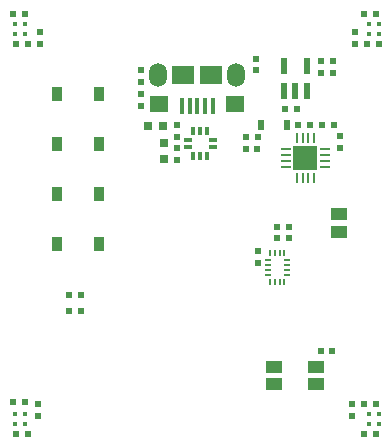
<source format=gbp>
G04 Layer_Color=128*
%FSLAX24Y24*%
%MOIN*%
G70*
G01*
G75*
%ADD17R,0.0248X0.0327*%
%ADD27R,0.0295X0.0315*%
%ADD31R,0.0236X0.0197*%
%ADD35R,0.0217X0.0236*%
%ADD36R,0.0236X0.0217*%
%ADD37R,0.0197X0.0236*%
%ADD54R,0.0315X0.0157*%
%ADD55R,0.0157X0.0315*%
%ADD56R,0.0551X0.0413*%
%ADD57R,0.0217X0.0571*%
%ADD58R,0.0217X0.0571*%
%ADD59R,0.0551X0.0433*%
%ADD60O,0.0354X0.0098*%
%ADD61O,0.0098X0.0354*%
%ADD62R,0.0807X0.0807*%
%ADD65R,0.0360X0.0480*%
%ADD66R,0.0630X0.0551*%
%ADD67R,0.0748X0.0610*%
%ADD68R,0.0157X0.0532*%
%ADD69R,0.0177X0.0177*%
%ADD70R,0.0315X0.0295*%
%ADD129O,0.0591X0.0787*%
%ADD130O,0.0240X0.0071*%
%ADD131O,0.0071X0.0240*%
D17*
X7470Y9193D02*
D03*
X8337D02*
D03*
D27*
X3671Y9173D02*
D03*
X4203D02*
D03*
D31*
X8253Y9750D02*
D03*
X8647D02*
D03*
X7347Y8800D02*
D03*
X6953D02*
D03*
X1457Y3543D02*
D03*
X1063D02*
D03*
X1063Y2992D02*
D03*
X1457D02*
D03*
X8377Y5800D02*
D03*
X7983D02*
D03*
D35*
X7283Y11024D02*
D03*
Y11417D02*
D03*
X20Y-103D02*
D03*
Y-497D02*
D03*
X10500Y-103D02*
D03*
Y-497D02*
D03*
X10100Y8827D02*
D03*
Y8433D02*
D03*
X7350Y4603D02*
D03*
Y4997D02*
D03*
X10600Y11903D02*
D03*
Y12297D02*
D03*
X3465Y10630D02*
D03*
Y11024D02*
D03*
X100Y11903D02*
D03*
Y12297D02*
D03*
D36*
X-306Y-1100D02*
D03*
X-700D02*
D03*
X-423Y-40D02*
D03*
X-817D02*
D03*
X10903Y-1100D02*
D03*
X11297D02*
D03*
X11297Y-100D02*
D03*
X10903D02*
D03*
X9439Y1673D02*
D03*
X9833D02*
D03*
X8387Y5450D02*
D03*
X7993D02*
D03*
X8701Y9213D02*
D03*
X9094D02*
D03*
X9872D02*
D03*
X9478D02*
D03*
X10983Y11900D02*
D03*
X11377D02*
D03*
X11297Y12900D02*
D03*
X10903D02*
D03*
X-303Y11900D02*
D03*
X-697D02*
D03*
X-797Y12900D02*
D03*
X-403D02*
D03*
X7337Y8400D02*
D03*
X6943D02*
D03*
D37*
X9853Y10943D02*
D03*
Y11337D02*
D03*
X9468Y10943D02*
D03*
Y11337D02*
D03*
X3465Y10236D02*
D03*
Y9843D02*
D03*
X4646Y8819D02*
D03*
Y9213D02*
D03*
Y8425D02*
D03*
Y8031D02*
D03*
D54*
X5846Y8465D02*
D03*
Y8701D02*
D03*
X5020D02*
D03*
Y8465D02*
D03*
D55*
X5669Y8996D02*
D03*
X5433D02*
D03*
X5197D02*
D03*
Y8169D02*
D03*
X5433D02*
D03*
X5669D02*
D03*
D56*
X9289Y565D02*
D03*
Y1135D02*
D03*
X7871D02*
D03*
Y565D02*
D03*
D57*
X8974Y11173D02*
D03*
X8226D02*
D03*
Y10327D02*
D03*
X8600D02*
D03*
D58*
X8974Y10327D02*
D03*
D59*
X10039Y5630D02*
D03*
Y6220D02*
D03*
D60*
X9596Y8395D02*
D03*
Y8198D02*
D03*
Y8002D02*
D03*
Y7805D02*
D03*
X8277D02*
D03*
Y8002D02*
D03*
Y8198D02*
D03*
Y8395D02*
D03*
D61*
X9232Y7441D02*
D03*
X9035D02*
D03*
X8838D02*
D03*
X8641D02*
D03*
Y8759D02*
D03*
X8838D02*
D03*
X9035D02*
D03*
X9232D02*
D03*
D62*
X8937Y8100D02*
D03*
D65*
X2060Y6910D02*
D03*
X660D02*
D03*
X2060Y10230D02*
D03*
X660D02*
D03*
X2060Y8570D02*
D03*
X660D02*
D03*
X2060Y5250D02*
D03*
X660D02*
D03*
D66*
X4070Y9909D02*
D03*
X6590D02*
D03*
D67*
X5802Y10873D02*
D03*
X4858D02*
D03*
D68*
X5842Y9820D02*
D03*
X5586D02*
D03*
X4818D02*
D03*
X5074D02*
D03*
X5330D02*
D03*
D69*
X-758Y12569D02*
D03*
X-423D02*
D03*
Y12234D02*
D03*
X-758D02*
D03*
X11053Y12567D02*
D03*
X11387D02*
D03*
Y12233D02*
D03*
X11053D02*
D03*
Y-423D02*
D03*
X11387D02*
D03*
Y-757D02*
D03*
X11053D02*
D03*
X-757Y-423D02*
D03*
X-423D02*
D03*
Y-757D02*
D03*
X-757D02*
D03*
D70*
X4213Y8612D02*
D03*
Y8081D02*
D03*
D129*
X6629Y10873D02*
D03*
X4031D02*
D03*
D130*
X8325Y4686D02*
D03*
Y4529D02*
D03*
Y4371D02*
D03*
Y4214D02*
D03*
X7675D02*
D03*
Y4371D02*
D03*
Y4529D02*
D03*
Y4686D02*
D03*
D131*
X8236Y3968D02*
D03*
X8079D02*
D03*
X7921D02*
D03*
X7764D02*
D03*
Y4932D02*
D03*
X7921D02*
D03*
X8079D02*
D03*
X8236D02*
D03*
M02*

</source>
